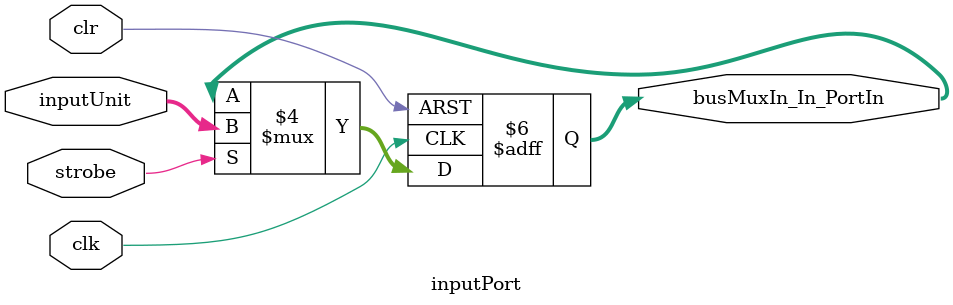
<source format=v>
module inputPort #(parameter VAL = 0)(input clk, clr, strobe, input [31:0] inputUnit, output reg [31:0] busMuxIn_In_PortIn);
    always@(posedge clk or negedge clr)
    begin
        if(clr == 0) busMuxIn_In_PortIn <= 0;
        else if(strobe) busMuxIn_In_PortIn <= inputUnit;
    end
    initial busMuxIn_In_PortIn = VAL; // assigns initial value
endmodule 
</source>
